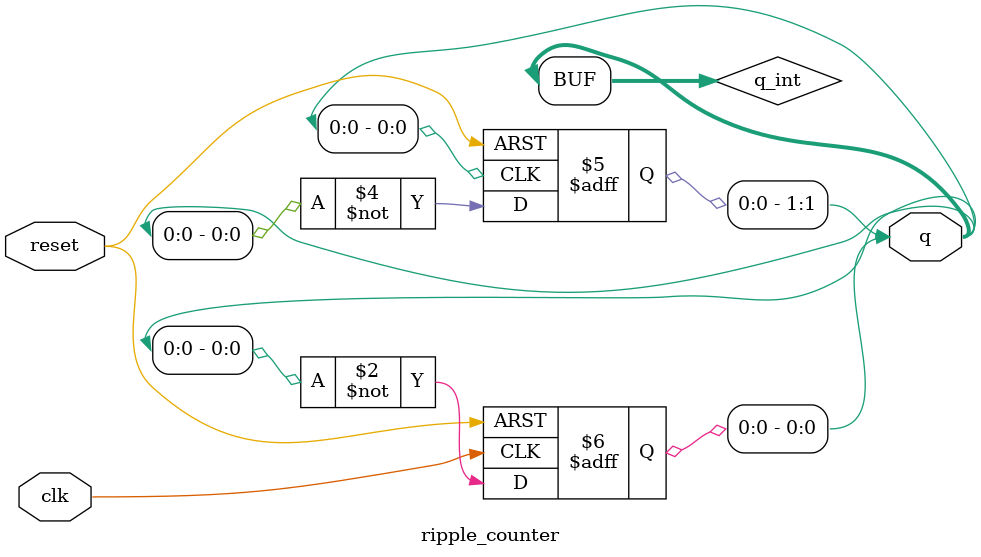
<source format=v>
module ripple_counter (input clk , input reset , output [1:0] q);
reg [1:0]q_int;

always @ (posedge clk, posedge reset)
begin
	if(reset)
		q[0] <= 1'b0;
	else
		q[0] <= ~q[0];
end


always @ (posedge q[0], posedge reset)
begin
	
	if(reset)
		q[1] <= 1'b0;
	else
		q[1] <= ~q[0];

end

assign q = q_int;

endmodule

</source>
